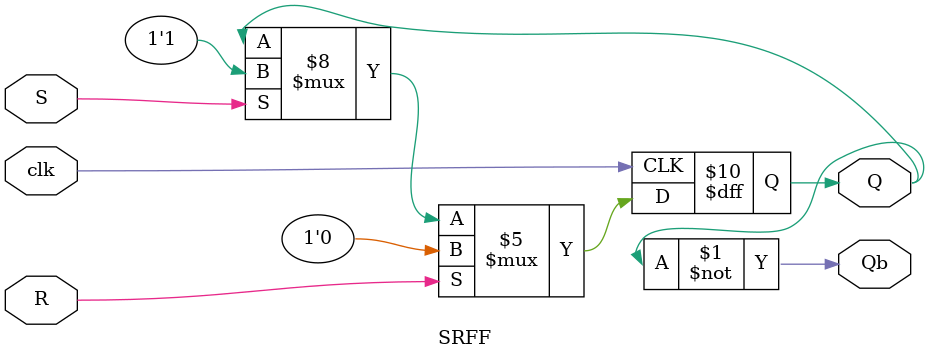
<source format=v>
`timescale 1ns / 1ps

/*
Truth table of SR Flip Flop

  S R     CLK     Q   Q`  Remarks
  ================================
  0 0   RISING    Q   Q`  retain
  1 1   RISING    0   1   Reset
  1 1   RISING    1   0   Set
  1 1   RISING    ?   ?   INVALID
  x x   FALLING   Q   Q`  retain

*/

module SRFF(
  input S,        // Set
  input R,        // Reset
  input clk,      // Clock
  output reg Q,   // Output of SR Flip Flop
  output Qb       // Complimented output of SR Flip Flop
);
  // Initialize Q with 0
  initial Q = 0;
  
  // Assign Qb to always be compliment of Q.
  assign Qb = ~Q;
  
  // Whenever there is reset or rising edge in clock signal...
  always @(posedge clk) begin
    if (S) Q = 1'b1;
    if (R) Q = 1'b0;
  end
endmodule
</source>
